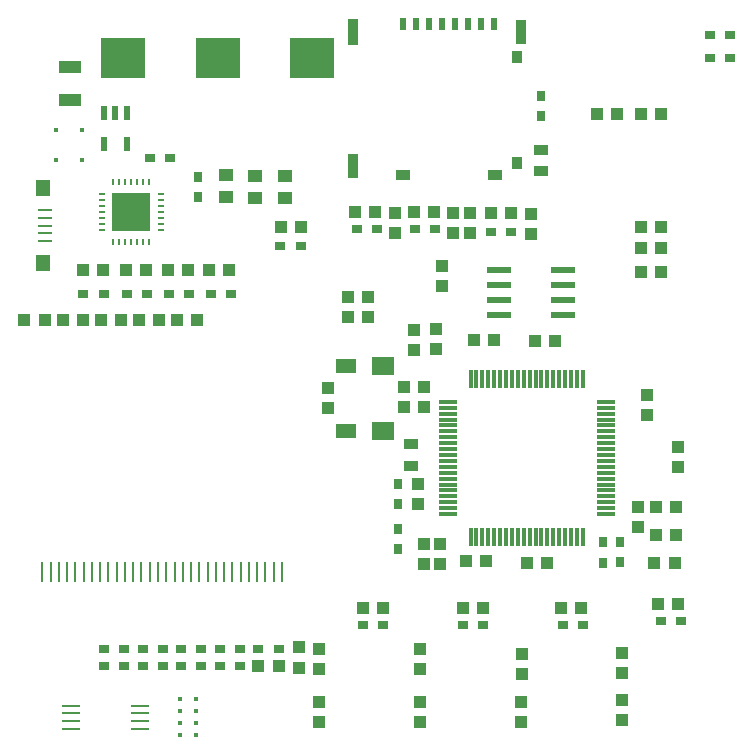
<source format=gbr>
%TF.GenerationSoftware,Novarm,DipTrace,3.2.0.1*%
%TF.CreationDate,2018-06-28T18:28:34-08:00*%
%FSLAX26Y26*%
%MOIN*%
%TF.FileFunction,Paste,Top*%
%TF.Part,Single*%
%AMOUTLINE0*
4,1,4,
-0.035433,0.019685,
-0.035433,-0.019685,
0.035433,-0.019685,
0.035433,0.019685,
-0.035433,0.019685,
0*%
%AMOUTLINE2*
4,1,4,
-0.023622,0.015748,
-0.023622,-0.015748,
0.023622,-0.015748,
0.023622,0.015748,
-0.023622,0.015748,
0*%
%AMOUTLINE3*
4,1,4,
-0.010827,-0.023622,
0.010827,-0.023622,
0.010827,0.023622,
-0.010827,0.023622,
-0.010827,-0.023622,
0*%
%ADD26R,0.03937X0.043307*%
%ADD27R,0.043307X0.03937*%
%ADD49R,0.062992X0.011811*%
%ADD50R,0.011811X0.062992*%
%ADD62R,0.07874X0.023622*%
%ADD64R,0.074803X0.059055*%
%ADD79R,0.066803X0.051055*%
%ADD87R,0.011685X0.003811*%
%ADD89R,0.003811X0.011685*%
%ADD91R,0.062866X0.007748*%
%ADD93R,0.007748X0.07074*%
%ADD95R,0.129795X0.129795*%
%ADD97O,0.003811X0.025465*%
%ADD99O,0.025465X0.003811*%
%ADD107R,0.037669X0.041213*%
%ADD109R,0.037669X0.039244*%
%ADD111R,0.051055X0.037276*%
%ADD113R,0.037276X0.078614*%
%ADD115R,0.037276X0.090425*%
%ADD117R,0.023496X0.040819*%
%ADD121R,0.047118X0.054992*%
%ADD123R,0.04515X0.007748*%
%ADD129R,0.015622X0.015622*%
%ADD131R,0.051055X0.043181*%
%ADD133R,0.035307X0.03137*%
%ADD135R,0.03137X0.035307*%
%ADD137R,0.14948X0.133732*%
%ADD142OUTLINE0*%
%ADD144OUTLINE2*%
%ADD145OUTLINE3*%
G75*
G01*
%LPD*%
D137*
X1443702Y2709324D3*
X1128742D3*
X813781D3*
D26*
X1796824Y1287450D3*
Y1220521D3*
X1749809Y1543843D3*
Y1610772D3*
X1497617Y1541625D3*
Y1608554D3*
D135*
X1728075Y1221827D3*
Y1288756D3*
D26*
X1815427Y1543843D3*
Y1610772D3*
D135*
X1728075Y1137450D3*
Y1070521D3*
D27*
X2050125Y1768832D3*
X1983196D3*
X1956365Y1031257D3*
X2023294D3*
D26*
X2531200Y1143698D3*
Y1210628D3*
D27*
X2227883Y1025149D3*
X2160954D3*
D26*
X2559326Y1518701D3*
Y1585630D3*
D131*
X1156201Y2318701D3*
Y2243898D3*
D27*
X2187263Y1765693D3*
X2254192D3*
D131*
X1252987Y2315448D3*
Y2240645D3*
X1352978Y2315448D3*
Y2240645D3*
D133*
X749316Y737225D3*
X816246D3*
X878080D3*
X945009D3*
X1135607D3*
X1202536D3*
X1264370D3*
X1331299D3*
D135*
X2206011Y2515616D3*
Y2582545D3*
D133*
X816625Y680526D3*
X749696D3*
D26*
X1399950Y676772D3*
Y743701D3*
D27*
X1331299Y680969D3*
X1264370D3*
D26*
X1877166Y2014666D3*
Y1947736D3*
D133*
X1135692Y681201D3*
X1202621D3*
X1007110D3*
X1074040D3*
D129*
X676013Y2468746D3*
X589399D3*
X676013Y2368756D3*
X589399D3*
D142*
X637425Y2568735D3*
Y2678971D3*
D123*
X554235Y2201133D3*
Y2175542D3*
Y2149952D3*
Y2124361D3*
Y2098771D3*
D121*
X545377Y2275936D3*
Y2023967D3*
D117*
X1745110Y2820899D3*
X1788418D3*
X1831725D3*
X1875032D3*
X1918339D3*
X1961646D3*
X2004953D3*
X2048260D3*
D115*
X1578181Y2796109D3*
D113*
Y2350046D3*
D111*
X1747473Y2318550D3*
X2053772D3*
D109*
X2125032Y2357132D3*
D107*
Y2711462D3*
D113*
X2140780Y2796109D3*
D144*
X1771974Y1350042D3*
Y1420908D3*
X2206011Y2331260D3*
Y2402126D3*
D133*
X1337709Y2083452D3*
X1404638D3*
X824906Y1921928D3*
X891835D3*
X681171D3*
X748100D3*
X1106126D3*
X1173055D3*
X965516D3*
X1032445D3*
X2605709Y831201D3*
X2672638D3*
X2278625Y818701D3*
X2345554D3*
X1945293D3*
X2012222D3*
X1611960D3*
X1678889D3*
X1787112Y2137624D3*
X1854041D3*
X1593341D3*
X1660271D3*
X2040267Y2128247D3*
X2107196D3*
X2768208Y2709334D3*
X2835137D3*
X2768208Y2784334D3*
X2835137D3*
D26*
X1781355Y1735958D3*
Y1802887D3*
X1856355Y1737582D3*
Y1804511D3*
X1631201Y1912452D3*
Y1845523D3*
D27*
X1339378Y2143874D3*
X1406307D3*
X678576Y1834437D3*
X611647D3*
X866307D3*
X933236D3*
X993638D3*
X1060567D3*
X805907D3*
X738978D3*
X484316D3*
X551246D3*
D26*
X1968866Y2125122D3*
Y2192051D3*
D135*
X2468483Y1094076D3*
Y1027147D3*
D27*
X821781Y2003170D3*
X888710D3*
X678046D3*
X744975D3*
D133*
X903929Y2375912D3*
X970858D3*
D27*
X1099877Y2003170D3*
X1166806D3*
D135*
X2412239Y1093890D3*
Y1026961D3*
D26*
X1562452Y1912452D3*
Y1845523D3*
D27*
X962391Y2003170D3*
X1029320D3*
X2662452Y887449D3*
X2595523D3*
X2339488Y874949D3*
X2272559D3*
X2012450Y874950D3*
X1945521D3*
X1681066Y874949D3*
X1614137D3*
D26*
X1912442Y2124950D3*
Y2191879D3*
D27*
X1783012Y2193701D3*
X1849941D3*
D26*
X1718692Y2124950D3*
Y2191879D3*
D27*
X1587440Y2193701D3*
X1654369D3*
D26*
X2172016Y2121996D3*
Y2188925D3*
D27*
X2040752Y2190753D3*
X2107681D3*
D26*
X1464774Y739696D3*
Y672767D3*
Y562466D3*
Y495537D3*
D133*
X1073772Y737225D3*
X1006843D3*
D26*
X1802310Y739696D3*
Y672767D3*
Y562466D3*
Y495537D3*
X2141673Y720944D3*
Y654015D3*
X2139845Y562466D3*
Y495537D3*
X2475170Y724983D3*
Y658054D3*
Y568717D3*
Y501788D3*
X1871067Y1089463D3*
Y1022534D3*
X1814811Y1089463D3*
Y1022534D3*
D27*
X2590578Y1212450D3*
X2657507D3*
X2590579Y1118704D3*
X2657508D3*
X2584328Y1024958D3*
X2651257D3*
X2540576Y2146824D3*
X2607505D3*
X2540578Y2074952D3*
X2607507D3*
X2540814Y1996987D3*
X2607743D3*
X2538133Y2522772D3*
X2605062D3*
D26*
X2662689Y1412547D3*
Y1345618D3*
D27*
X2393701Y2521826D3*
X2460630D3*
D133*
X878530Y681201D3*
X945460D3*
D49*
X1894685Y1562450D3*
Y1542765D3*
Y1523080D3*
Y1503395D3*
Y1483710D3*
Y1464025D3*
Y1444340D3*
Y1424655D3*
Y1404970D3*
Y1385285D3*
Y1365600D3*
Y1345915D3*
Y1326230D3*
Y1306545D3*
Y1286860D3*
Y1267175D3*
Y1247490D3*
Y1227805D3*
Y1208120D3*
Y1188435D3*
D50*
X1971457Y1111663D3*
X1991142D3*
X2010827D3*
X2030512D3*
X2050197D3*
X2069882D3*
X2089567D3*
X2109252D3*
X2128937D3*
X2148622D3*
X2168307D3*
X2187992D3*
X2207677D3*
X2227362D3*
X2247047D3*
X2266732D3*
X2286418D3*
X2306103D3*
X2325788D3*
X2345473D3*
D49*
X2422244Y1188435D3*
Y1208120D3*
Y1227805D3*
Y1247490D3*
Y1267175D3*
Y1286860D3*
Y1306545D3*
Y1326230D3*
Y1345915D3*
Y1365600D3*
Y1385285D3*
Y1404970D3*
Y1424655D3*
Y1444340D3*
Y1464025D3*
Y1483710D3*
Y1503395D3*
Y1523080D3*
Y1542765D3*
Y1562450D3*
D50*
X2345473Y1639222D3*
X2325788D3*
X2306103D3*
X2286418D3*
X2266732D3*
X2247047D3*
X2227362D3*
X2207677D3*
X2187992D3*
X2168307D3*
X2148622D3*
X2128937D3*
X2109252D3*
X2089567D3*
X2069882D3*
X2050197D3*
X2030512D3*
X2010827D3*
X1991142D3*
X1971457D3*
D145*
X824952Y2524949D3*
X787550D3*
X750149D3*
Y2422579D3*
X824952D3*
D99*
X741831Y2254307D3*
Y2234622D3*
Y2214937D3*
Y2195252D3*
Y2175567D3*
Y2155882D3*
Y2136197D3*
D97*
X781201Y2096827D3*
X800886D3*
X820571D3*
X840256D3*
X859941D3*
X879626D3*
X899311D3*
D99*
X938681Y2136197D3*
Y2155882D3*
Y2175567D3*
Y2195252D3*
Y2214937D3*
Y2234622D3*
Y2254307D3*
D97*
X899311Y2293677D3*
X879626D3*
X859941D3*
X840256D3*
X820571D3*
X800886D3*
X781201D3*
D95*
X840256Y2195252D3*
D93*
X543701Y993701D3*
X571260D3*
X598819D3*
X626378D3*
X653937D3*
X681496D3*
X709055D3*
X736614D3*
X764173D3*
X791732D3*
X819292D3*
X846851D3*
X874410D3*
X901969D3*
X929528D3*
X957087D3*
X984646D3*
X1012205D3*
X1039764D3*
X1067323D3*
X1094882D3*
X1122441D3*
X1150000D3*
X1177559D3*
X1205118D3*
X1232677D3*
X1260236D3*
X1287795D3*
X1315355D3*
X1342914D3*
D91*
X640576Y549950D3*
Y524360D3*
Y498769D3*
Y473179D3*
X868923D3*
Y498769D3*
Y524360D3*
Y549950D3*
D89*
X1299950Y593701D3*
X1280265D3*
X1260580D3*
X1240895D3*
X1221210D3*
D87*
X1211368Y564173D3*
Y544488D3*
Y524803D3*
D89*
X1240895Y495276D3*
X1260580D3*
X1280265D3*
X1299950D3*
D87*
X1309793Y524803D3*
Y544488D3*
Y564173D3*
D89*
X1221210Y495276D3*
D62*
X2065576Y2003076D3*
Y1953076D3*
Y1903076D3*
Y1853076D3*
X2278175D3*
Y1903076D3*
Y1953076D3*
Y2003076D3*
D129*
X1002314Y453078D3*
X1057432D3*
Y492841D3*
X1002314D3*
Y532605D3*
X1057432D3*
Y572369D3*
X1002314D3*
D64*
X1681066Y1465726D3*
Y1682261D3*
D79*
X1555082D3*
Y1465726D3*
D135*
X1062451Y2310630D3*
Y2243701D3*
M02*

</source>
